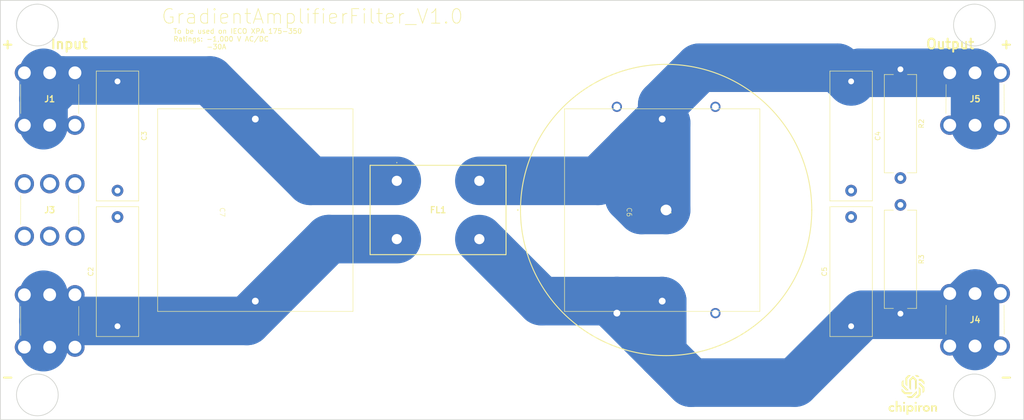
<source format=kicad_pcb>
(kicad_pcb (version 20221018) (generator pcbnew)
  (layers (0 "F.Cu" signal) (1 "In1.Cu" signal) (2 "In2.Cu" signal) (31 "B.Cu" signal) (34 "B.Paste" user) (35 "F.Paste" user) (36 "B.SilkS" user "B.Silkscreen") (37 "F.SilkS" user "F.Silkscreen") (38 "B.Mask" user) (39 "F.Mask" user) (44 "Edge.Cuts" user))
  (net 0 "")
  (net 1 "Earth")
  (net 2 "GradientOut-")
  (net 3 "GradientOut+")
  (net 4 "GradientIn-")
  (net 5 "GradientIn+")
  (footprint "AA-MyLibrary:PHE840ER8100MR08R06L2" (layer "F.Cu") (at 172.72 71.5763 -90)
    (fp_text reference "C6" (at 0 7.62 -90 unlocked) (layer "F.SilkS") (effects (font (thickness 0.1))))
    (fp_text value "20uf")
    (fp_line (start -21.3 -19.3) (end -21.3 20.94) (stroke (width 0.12)) (layer "F.SilkS"))
    (fp_line (start -21.3 -19.3) (end 20.44 -19.3) (stroke (width 0.12)) (layer "F.SilkS"))
    (fp_line (start -21.3 20.94) (end 20.44 20.94) (stroke (width 0.12)) (layer "F.SilkS"))
    (fp_line (start 20.44 -19.3) (end 20.44 20.94) (stroke (width 0.12)) (layer "F.SilkS"))
    (pad "1" thru_hole circle locked (at -19.18 0.82 270) (size 2.8 2.8) (drill 1.4) (layers "*.Cu" "*.Mask") (net 3 "GradientOut+"))
    (pad "2" thru_hole circle locked (at 18.32 0.82 270) (size 2.8 2.8) (drill 1.4) (layers "*.Cu" "*.Mask") (net 2 "GradientOut-"))
  )
  (footprint "AA-MyLibrary:7807" (layer "F.Cu") (at 231.14 99.14)
    (fp_text reference "J4" (at 5.21 -5.4) (layer "F.SilkS") (effects (font (size 1.27 1.27) (thickness 0.254))))
    (fp_text value "7807" hide)
    (fp_line (start -0.76 -8.4) (end -0.79 -2.4) (stroke (width 0.1)) (layer "F.SilkS"))
    (fp_line (start 11.18 -8.4) (end 11.21 -2.4) (stroke (width 0.1)) (layer "F.SilkS"))
    (pad "1" thru_hole circle (at 0 0) (size 3.96 3.96) (drill 2.64) (layers "*.Cu" "*.Mask") (net 2 "GradientOut-"))
    (pad "2" thru_hole circle (at 0 -10.8) (size 3.96 3.96) (drill 2.64) (layers "*.Cu" "*.Mask") (net 2 "GradientOut-"))
    (pad "3" thru_hole circle (at 5.21 0) (size 3.96 3.96) (drill 2.64) (layers "*.Cu" "*.Mask") (net 2 "GradientOut-"))
    (pad "4" thru_hole circle (at 5.21 -10.8) (size 3.96 3.96) (drill 2.64) (layers "*.Cu" "*.Mask") (net 2 "GradientOut-"))
    (pad "5" thru_hole circle (at 10.42 0) (size 3.96 3.96) (drill 2.64) (layers "*.Cu" "*.Mask") (net 2 "GradientOut-"))
    (pad "6" thru_hole circle (at 10.42 -10.8) (size 3.96 3.96) (drill 2.64) (layers "*.Cu" "*.Mask") (net 2 "GradientOut-"))
  )
  (footprint "AA-MyLibrary:7807" (layer "F.Cu") (at 50.93 42.86 180)
    (fp_text reference "J1" (at 5.21 -5.4) (layer "F.SilkS") (effects (font (size 1.27 1.27) (thickness 0.254))))
    (fp_text value "7807" hide)
    (fp_line (start -0.76 -8.4) (end -0.79 -2.4) (stroke (width 0.1)) (layer "F.SilkS"))
    (fp_line (start 11.18 -8.4) (end 11.21 -2.4) (stroke (width 0.1)) (layer "F.SilkS"))
    (pad "1" thru_hole circle (at 0 0 180) (size 3.96 3.96) (drill 2.64) (layers "*.Cu" "*.Mask") (net 5 "GradientIn+"))
    (pad "2" thru_hole circle (at 0 -10.8 180) (size 3.96 3.96) (drill 2.64) (layers "*.Cu" "*.Mask") (net 5 "GradientIn+"))
    (pad "3" thru_hole circle (at 5.21 0 180) (size 3.96 3.96) (drill 2.64) (layers "*.Cu" "*.Mask") (net 5 "GradientIn+"))
    (pad "4" thru_hole circle (at 5.21 -10.8 180) (size 3.96 3.96) (drill 2.64) (layers "*.Cu" "*.Mask") (net 5 "GradientIn+"))
    (pad "5" thru_hole circle (at 10.42 0 180) (size 3.96 3.96) (drill 2.64) (layers "*.Cu" "*.Mask") (net 5 "GradientIn+"))
    (pad "6" thru_hole circle (at 10.42 -10.8 180) (size 3.96 3.96) (drill 2.64) (layers "*.Cu" "*.Mask") (net 5 "GradientIn+"))
  )
  (footprint "AA-MyLibrary:B32320I8207K000" (layer "F.Cu") (at 172.71 71.12)
    (fp_text reference "C1" (at 0 0) (layer "F.SilkS") (effects (font (size 1.27 1.27) (thickness 0.254))))
    (fp_text value "200uf" hide)
    (fp_line (start -30.6 0) (end -30.6 0) (stroke (width 0.2)) (layer "F.SilkS"))
    (fp_line (start -30.6 0) (end -30.6 0) (stroke (width 0.2)) (layer "F.SilkS"))
    (fp_line (start -30.5 0) (end -30.5 0) (stroke (width 0.2)) (layer "F.SilkS"))
    (fp_line (start -30 0) (end -30 0) (stroke (width 0.2)) (layer "F.SilkS"))
    (fp_line (start 30 0) (end 30 0) (stroke (width 0.2)) (layer "F.SilkS"))
    (fp_arc (start -30.6 0) (mid -30.55 -0.05) (end -30.5 0) (stroke (width 0.2)) (layer "F.SilkS"))
    (fp_arc (start -30.5 0) (mid -30.55 0.05) (end -30.6 0) (stroke (width 0.2)) (layer "F.SilkS"))
    (fp_arc (start -30.5 0) (mid -30.55 0.05) (end -30.6 0) (stroke (width 0.2)) (layer "F.SilkS"))
    (fp_arc (start -30 0) (mid 0 -30) (end 30 0) (stroke (width 0.2)) (layer "F.SilkS"))
    (fp_arc (start 30 0) (mid 0 30) (end -30 0) (stroke (width 0.2)) (layer "F.SilkS"))
    (pad "1" thru_hole circle locked (at 0 0) (size 3.3 3.3) (drill 2.2) (layers "*.Cu" "*.Mask") (net 3 "GradientOut+"))
    (pad "2" thru_hole circle locked (at -10.15 21.25) (size 2.1 2.1) (drill 1.4) (layers "*.Cu" "*.Mask") (net 2 "GradientOut-"))
    (pad "3" thru_hole circle locked (at 10.15 21.25) (size 2.1 2.1) (drill 1.4) (layers "*.Cu" "*.Mask") (net 2 "GradientOut-"))
    (pad "4" thru_hole circle locked (at 10.15 -21.25) (size 2.1 2.1) (drill 1.4) (layers "*.Cu" "*.Mask"))
    (pad "5" thru_hole circle locked (at -10.15 -21.25) (size 2.1 2.1) (drill 1.4) (layers "*.Cu" "*.Mask"))
  )
  (footprint "Resistor_THT:R_Axial_Power_L20.0mm_W6.4mm_P22.40mm" (layer "F.Cu") (at 220.98 70.08 -90)
    (fp_text reference "R3" (at 11.2 -4.32 90) (layer "F.SilkS"))
    (fp_text value "1Meg")
    (fp_line (start 1.08 -3.32) (end 21.32 -3.32) (stroke (width 0.12)) (layer "F.SilkS"))
    (fp_line (start 1.08 -1.44) (end 1.08 -3.32) (stroke (width 0.12)) (layer "F.SilkS"))
    (fp_line (start 1.08 1.44) (end 1.08 3.32) (stroke (width 0.12)) (layer "F.SilkS"))
    (fp_line (start 1.08 3.32) (end 21.32 3.32) (stroke (width 0.12)) (layer "F.SilkS"))
    (fp_line (start 21.32 -3.32) (end 21.32 -1.44) (stroke (width 0.12)) (layer "F.SilkS"))
    (fp_line (start 21.32 3.32) (end 21.32 1.44) (stroke (width 0.12)) (layer "F.SilkS"))
    (pad "1" thru_hole circle (at 0 0 270) (size 2.4 2.4) (drill 1.2) (layers "*.Cu" "*.Mask") (net 1 "Earth"))
    (pad "2" thru_hole oval (at 22.4 0 270) (size 2.4 2.4) (drill 1.2) (layers "*.Cu" "*.Mask") (net 2 "GradientOut-"))
  )
  (footprint "LOGO" (layer "F.Cu") (at 223.52 109.22)
    (fp_text reference "   " (at 0 0) (layer "F.SilkS") (effects (font (size 1.5 1.5) (thickness 0.3))))
    (fp_text value "LOGO" hide)
    (fp_poly (pts (xy -1.616667 2.8) (xy -1.616667 3.45) (xy -1.791667 3.45) (xy -1.966667 3.45) (xy -1.966667 2.8) (xy -1.966667 2.15) (xy -1.791667 2.15) (xy -1.616667 2.15)) (fill solid) (layer "F.SilkS"))
    (fp_poly (pts (xy 0.783333 2.8) (xy 0.783333 3.45) (xy 0.6 3.45) (xy 0.416666 3.45) (xy 0.416666 2.8) (xy 0.416666 2.15) (xy 0.6 2.15) (xy 0.783333 2.15)) (fill solid) (layer "F.SilkS"))
    (fp_poly (pts (xy 0.833333 -0.566458) (xy 0.833333 -0.29144) (xy 0.374916 0.16678) (xy -0.083502 0.625) (xy -0.504251 0.62993) (xy -0.925 0.63486) (xy -1.116395 0.44243) (xy -1.30779 0.25) (xy -0.783155 0.25) (xy -0.25852 0.25) (xy 0.287406 -0.295739) (xy 0.833333 -0.841477)) (fill solid) (layer "F.SilkS"))
    (fp_poly (pts (xy 1.941782 -2.049913) (xy 2.391666 -1.599825) (xy 2.396434 -1.170746) (xy 2.401203 -0.741667) (xy 2.208934 -0.550272) (xy 2.016666 -0.358877) (xy 2.016666 -0.892072) (xy 2.016666 -1.425266) (xy 1.625 -1.816667) (xy 1.233333 -2.208068) (xy 1.233333 -2.354034) (xy 1.233333 -2.5) (xy 1.362615 -2.5) (xy 1.491898 -2.5)) (fill solid) (layer "F.SilkS"))
    (fp_poly (pts (xy 1.180674 -3.92063) (xy 1.260621 -3.840708) (xy 1.317551 -3.782628) (xy 1.350168 -3.742946) (xy 1.357175 -3.718219) (xy 1.337275 -3.705004) (xy 1.289173 -3.699858) (xy 1.211571 -3.699337) (xy 1.103174 -3.699998) (xy 1.097602 -3.7) (xy 0.807789 -3.7) (xy 0.616666 -3.891667) (xy 0.425543 -4.083333) (xy 0.722613 -4.083333) (xy 1.019683 -4.083333)) (fill solid) (layer "F.SilkS"))
    (fp_poly (pts (xy 0.671673 1.441477) (xy 0.736647 1.471202) (xy 0.785354 1.52212) (xy 0.791384 1.532788) (xy 0.816022 1.611179) (xy 0.811594 1.685947) (xy 0.782331 1.751909) (xy 0.732465 1.803883) (xy 0.666225 1.836684) (xy 0.587844 1.845131) (xy 0.542361 1.837842) (xy 0.471948 1.804756) (xy 0.420093 1.7505) (xy 0.390098 1.682695) (xy 0.385269 1.608956) (xy 0.408908 1.536904) (xy 0.410592 1.533997) (xy 0.45989 1.479205) (xy 0.525219 1.445504) (xy 0.598505 1.432919)) (fill solid) (layer "F.SilkS"))
    (fp_poly (pts (xy -1.715742 1.445424) (xy -1.647206 1.48082) (xy -1.602776 1.538207) (xy -1.583911 1.616271) (xy -1.583334 1.634794) (xy -1.597593 1.716603) (xy -1.637636 1.780656) (xy -1.699362 1.823963) (xy -1.778671 1.843535) (xy -1.862359 1.838256) (xy -1.898008 1.822045) (xy -1.939362 1.790938) (xy -1.948523 1.782247) (xy -1.996981 1.713658) (xy -2.014228 1.63987) (xy -2.000425 1.566491) (xy -1.955735 1.499132) (xy -1.939916 1.484032) (xy -1.891248 1.449081) (xy -1.841283 1.434917) (xy -1.806926 1.433333)) (fill solid) (layer "F.SilkS"))
    (fp_poly (pts (xy -1.916667 -2.557964) (xy -1.916667 -2.024805) (xy -1.383334 -1.491667) (xy -1.273609 -1.381712) (xy -1.171492 -1.27886) (xy -1.079338 -1.18552) (xy -0.999502 -1.104103) (xy -0.93434 -1.037018) (xy -0.886208 -0.986676) (xy -0.85746 -0.955487) (xy -0.85 -0.945931) (xy -0.86573 -0.941649) (xy -0.909173 -0.937991) (xy -0.974712 -0.935227) (xy -1.056729 -0.933625) (xy -1.112897 -0.933333) (xy -1.375794 -0.933333) (xy -1.837897 -1.39652) (xy -2.3 -1.859706) (xy -2.3 -2.284291) (xy -2.3 -2.708877) (xy -2.108334 -2.9) (xy -1.916667 -3.091123)) (fill solid) (layer "F.SilkS"))
    (fp_poly (pts (xy 1.429166 -1.454152) (xy 1.616666 -1.267537) (xy 1.616666 -0.632673) (xy 1.616206 -0.441693) (xy 1.614814 -0.283416) (xy 1.612473 -0.157222) (xy 1.609166 -0.062494) (xy 1.604877 0.001389) (xy 1.599587 0.035044) (xy 1.598217 0.038596) (xy 1.58153 0.060461) (xy 1.544753 0.102001) (xy 1.491455 0.159406) (xy 1.425203 0.228869) (xy 1.349565 0.30658) (xy 1.302567 0.354167) (xy 1.025367 0.633333) (xy 0.750319 0.633333) (xy 0.475271 0.633333) (xy 0.854143 0.254167) (xy 1.233014 -0.125) (xy 1.23734 -0.882884) (xy 1.241666 -1.640768)) (fill solid) (layer "F.SilkS"))
    (fp_poly (pts (xy 0.433336 -3.524997) (xy 0.833333 -3.125261) (xy 0.833333 -2.258179) (xy 0.833333 -1.391098) (xy 0.653894 -1.212216) (xy 0.590853 -1.150132) (xy 0.535855 -1.097403) (xy 0.49328 -1.058118) (xy 0.467506 -1.036363) (xy 0.462227 -1.033333) (xy 0.459996 -1.049511) (xy 0.457896 -1.096085) (xy 0.455964 -1.170122) (xy 0.454239 -1.268683) (xy 0.452757 -1.388835) (xy 0.451555 -1.527641) (xy 0.450671 -1.682165) (xy 0.450142 -1.849471) (xy 0.45 -1.996084) (xy 0.45 -2.958834) (xy 0.241677 -3.166656) (xy 0.033355 -3.374478) (xy -0.158193 -3.183474) (xy -0.349741 -2.992469) (xy -0.354038 -2.008735) (xy -0.358334 -1.025) (xy -0.545834 -1.212856) (xy -0.733334 -1.400711) (xy -0.733334 -2.279658) (xy -0.733334 -3.158605) (xy -0.349998 -3.54167) (xy 0.033339 -3.924734)) (fill solid) (layer "F.SilkS"))
    (fp_poly (pts (xy 1.563857 -3.299242) (xy 1.64723 -3.297164) (xy 1.715209 -3.294057) (xy 1.759965 -3.290214) (xy 1.767515 -3.288997) (xy 1.791382 -3.279774) (xy 1.823606 -3.258731) (xy 1.866956 -3.223447) (xy 1.9242 -3.171495) (xy 1.998107 -3.100451) (xy 2.091446 -3.007893) (xy 2.111265 -2.988016) (xy 2.4 -2.698038) (xy 2.4 -2.432353) (xy 2.399744 -2.342489) (xy 2.399039 -2.265622) (xy 2.397975 -2.207339) (xy 2.396642 -2.17323) (xy 2.395691 -2.166667) (xy 2.383306 -2.177999) (xy 2.350257 -2.210106) (xy 2.299413 -2.260151) (xy 2.233639 -2.325299) (xy 2.155803 -2.402713) (xy 2.068771 -2.489558) (xy 2.025 -2.533333) (xy 1.658617 -2.9) (xy 1.445975 -2.9) (xy 1.233333 -2.9) (xy 1.233333 -3.1) (xy 1.233333 -3.3) (xy 1.472916 -3.3)) (fill solid) (layer "F.SilkS"))
    (fp_poly (pts (xy -1.929031 -0.920695) (xy -1.558062 -0.55) (xy -0.795698 -0.55) (xy -0.639877 -0.549716) (xy -0.494763 -0.548904) (xy -0.363655 -0.547621) (xy -0.249852 -0.545925) (xy -0.156652 -0.543875) (xy -0.087356 -0.541528) (xy -0.045262 -0.538943) (xy -0.033334 -0.536578) (xy -0.044621 -0.520885) (xy -0.075798 -0.486231) (xy -0.12284 -0.436873) (xy -0.181721 -0.377069) (xy -0.222441 -0.336578) (xy -0.411549 -0.15) (xy -1.034941 -0.151057) (xy -1.190913 -0.151754) (xy -1.332009 -0.153241) (xy -1.45501 -0.155433) (xy -1.556698 -0.158245) (xy -1.633854 -0.161594) (xy -1.68326 -0.165397) (xy -1.7 -0.168428) (xy -1.723348 -0.184544) (xy -1.766191 -0.220882) (xy -1.824664 -0.273893) (xy -1.894897 -0.340025) (xy -1.973023 -0.415726) (xy -2.020834 -0.463021) (xy -2.3 -0.741299) (xy -2.3 -1.016344) (xy -2.3 -1.291389)) (fill solid) (layer "F.SilkS"))
    (fp_poly (pts (xy -0.754303 -3.704034) (xy -1.133334 -3.324734) (xy -1.133334 -2.5707) (xy -1.133601 -2.415794) (xy -1.134365 -2.27164) (xy -1.135572 -2.141552) (xy -1.137167 -2.028843) (xy -1.139094 -1.936825) (xy -1.141299 -1.868811) (xy -1.143726 -1.828113) (xy -1.145834 -1.817448) (xy -1.161185 -1.829078) (xy -1.195306 -1.860641) (xy -1.243908 -1.907994) (xy -1.302704 -1.966997) (xy -1.3375 -2.002572) (xy -1.516667 -2.186915) (xy -1.516667 -2.819553) (xy -1.516204 -3.010246) (xy -1.514805 -3.16823) (xy -1.512452 -3.294117) (xy -1.509129 -3.388519) (xy -1.504819 -3.452047) (xy -1.499504 -3.485315) (xy -1.498218 -3.488596) (xy -1.481531 -3.510462) (xy -1.444754 -3.552001) (xy -1.391456 -3.609406) (xy -1.325204 -3.678869) (xy -1.249566 -3.75658) (xy -1.202568 -3.804167) (xy -0.925368 -4.083333) (xy -0.65032 -4.083333) (xy -0.375272 -4.083333)) (fill solid) (layer "F.SilkS"))
    (fp_poly (pts (xy 1.861795 2.12575) (xy 1.937403 2.149292) (xy 1.997875 2.181733) (xy 1.998532 2.182226) (xy 2.036806 2.211097) (xy 1.95773 2.359715) (xy 1.923886 2.422878) (xy 1.895899 2.474278) (xy 1.877409 2.507279) (xy 1.872147 2.51579) (xy 1.855076 2.513344) (xy 1.822052 2.497454) (xy 1.817749 2.494957) (xy 1.749348 2.470394) (xy 1.673834 2.467782) (xy 1.604156 2.486468) (xy 1.570879 2.507346) (xy 1.545081 2.532415) (xy 1.524822 2.56193) (xy 1.509454 2.60001) (xy 1.498331 2.650774) (xy 1.490805 2.718343) (xy 1.486228 2.806836) (xy 1.483953 2.920373) (xy 1.483333 3.063073) (xy 1.483333 3.064433) (xy 1.483333 3.45) (xy 1.3 3.45) (xy 1.116666 3.45) (xy 1.116666 2.8) (xy 1.116666 2.15) (xy 1.3 2.15) (xy 1.483333 2.15) (xy 1.483333 2.226279) (xy 1.483333 2.302557) (xy 1.525391 2.252574) (xy 1.572602 2.210126) (xy 1.636715 2.169531) (xy 1.705746 2.136975) (xy 1.767708 2.118639) (xy 1.788838 2.116667)) (fill solid) (layer "F.SilkS"))
    (fp_poly (pts (xy -3.15 1.772619) (xy -3.15 2.311905) (xy -3.07068 2.232584) (xy -3.007134 2.177284) (xy -2.942533 2.1417) (xy -2.892665 2.124573) (xy -2.781739 2.105594) (xy -2.670699 2.110442) (xy -2.566566 2.137138) (xy -2.476358 2.183705) (xy -2.407092 2.248165) (xy -2.395226 2.264756) (xy -2.37246 2.300729) (xy -2.354183 2.334665) (xy -2.339838 2.370718) (xy -2.328867 2.413043) (xy -2.320716 2.465794) (xy -2.314825 2.533125) (xy -2.310639 2.619193) (xy -2.307601 2.72815) (xy -2.305154 2.864152) (xy -2.303946 2.945833) (xy -2.296742 3.45) (xy -2.480512 3.45) (xy -2.664282 3.45) (xy -2.669641 2.995833) (xy -2.671646 2.847859) (xy -2.674354 2.729491) (xy -2.678609 2.637003) (xy -2.685258 2.56667) (xy -2.695145 2.514765) (xy -2.709117 2.477561) (xy -2.728019 2.451332) (xy -2.752696 2.432352) (xy -2.783994 2.416894) (xy -2.802746 2.409179) (xy -2.891242 2.389981) (xy -2.979241 2.403835) (xy -3.044059 2.434995) (xy -3.073954 2.455147) (xy -3.097645 2.47737) (xy -3.115849 2.50559) (xy -3.129284 2.543729) (xy -3.138666 2.595713) (xy -3.144712 2.665464) (xy -3.148139 2.756907) (xy -3.149663 2.873966) (xy -3.15 3.015019) (xy -3.15 3.45) (xy -3.333334 3.45) (xy -3.516667 3.45) (xy -3.516667 2.341667) (xy -3.516667 1.233333) (xy -3.333334 1.233333) (xy -3.15 1.233333)) (fill solid) (layer "F.SilkS"))
    (fp_poly (pts (xy 4.620571 2.124064) (xy 4.733958 2.155095) (xy 4.829697 2.213004) (xy 4.86169 2.242685) (xy 4.89485 2.279203) (xy 4.9217 2.315312) (xy 4.942972 2.35499) (xy 4.959399 2.402218) (xy 4.971716 2.460978) (xy 4.980657 2.53525) (xy 4.986953 2.629013) (xy 4.99134 2.746249) (xy 4.994551 2.890937) (xy 4.995882 2.970833) (xy 5.003375 3.45) (xy 4.811 3.45) (xy 4.618625 3.45) (xy 4.613479 2.995833) (xy 4.611793 2.859893) (xy 4.609961 2.7531) (xy 4.607665 2.671266) (xy 4.604581 2.610207) (xy 4.60039 2.565735) (xy 4.594771 2.533664) (xy 4.587401 2.509808) (xy 4.577961 2.48998) (xy 4.574176 2.483333) (xy 4.524811 2.428622) (xy 4.45953 2.397333) (xy 4.385522 2.388862) (xy 4.309976 2.402606) (xy 4.240081 2.437959) (xy 4.183027 2.494319) (xy 4.168237 2.517435) (xy 4.15763 2.537999) (xy 4.149416 2.56022) (xy 4.143291 2.588435) (xy 4.13895 2.62698) (xy 4.136089 2.680194) (xy 4.134404 2.752412) (xy 4.13359 2.847972) (xy 4.133342 2.971211) (xy 4.133333 3.014769) (xy 4.133333 3.45) (xy 3.95 3.45) (xy 3.766666 3.45) (xy 3.766666 2.8) (xy 3.766666 2.15) (xy 3.95 2.15) (xy 4.133333 2.15) (xy 4.133333 2.236803) (xy 4.133333 2.323607) (xy 4.204166 2.255282) (xy 4.284368 2.188253) (xy 4.363718 2.146602) (xy 4.453958 2.124843) (xy 4.492117 2.120763)) (fill solid) (layer "F.SilkS"))
    (fp_poly (pts (xy -4.180733 2.122067) (xy -4.043919 2.145848) (xy -3.921629 2.190718) (xy -3.897167 2.203595) (xy -3.833334 2.239471) (xy -3.833334 2.421462) (xy -3.833334 2.603453) (xy -3.894987 2.549321) (xy -3.99377 2.479301) (xy -4.099631 2.439175) (xy -4.220553 2.425958) (xy -4.225 2.425946) (xy -4.342225 2.43986) (xy -4.440444 2.480831) (xy -4.51835 2.547842) (xy -4.574638 2.639879) (xy -4.600182 2.717425) (xy -4.609665 2.822537) (xy -4.590304 2.924932) (xy -4.545504 3.018307) (xy -4.478669 3.096361) (xy -4.393202 3.152792) (xy -4.357352 3.16699) (xy -4.262918 3.182803) (xy -4.157449 3.175521) (xy -4.051162 3.147728) (xy -3.954278 3.102007) (xy -3.882937 3.047039) (xy -3.833334 2.997436) (xy -3.833334 3.181667) (xy -3.833771 3.262726) (xy -3.835879 3.317066) (xy -3.840854 3.351301) (xy -3.84989 3.372041) (xy -3.864183 3.385899) (xy -3.871107 3.390648) (xy -3.955722 3.431227) (xy -4.062659 3.460102) (xy -4.182689 3.476316) (xy -4.30658 3.47891) (xy -4.425102 3.466928) (xy -4.483334 3.454138) (xy -4.627462 3.399219) (xy -4.751186 3.318778) (xy -4.852693 3.214305) (xy -4.930173 3.087289) (xy -4.93066 3.086252) (xy -4.950297 3.04116) (xy -4.963138 3.000092) (xy -4.970594 2.95394) (xy -4.974076 2.893595) (xy -4.974995 2.809947) (xy -4.975 2.8) (xy -4.97426 2.713535) (xy -4.971096 2.651279) (xy -4.964099 2.604123) (xy -4.951857 2.562957) (xy -4.932959 2.518674) (xy -4.93066 2.513747) (xy -4.855177 2.391138) (xy -4.753931 2.288318) (xy -4.629229 2.2071) (xy -4.483378 2.149296) (xy -4.457641 2.142186) (xy -4.321998 2.120479)) (fill solid) (layer "F.SilkS"))
    (fp_poly (pts (xy -0.300579 2.1321) (xy -0.186448 2.175905) (xy -0.081543 2.241528) (xy 0.009495 2.327997) (xy 0.082027 2.43434) (xy 0.100799 2.472926) (xy 0.119857 2.527663) (xy 0.138529 2.60056) (xy 0.153017 2.676618) (xy 0.153944 2.682813) (xy 0.162898 2.840657) (xy 0.143872 2.990618) (xy 0.098139 3.1283) (xy 0.026969 3.249305) (xy -0.028137 3.312795) (xy -0.111241 3.385062) (xy -0.195995 3.434178) (xy -0.291861 3.464079) (xy -0.408296 3.478702) (xy -0.429816 3.479903) (xy -0.54208 3.480147) (xy -0.632171 3.466559) (xy -0.709505 3.435949) (xy -0.783496 3.385126) (xy -0.829119 3.344631) (xy -0.916667 3.261831) (xy -0.916667 3.672582) (xy -0.916667 4.083333) (xy -1.1 4.083333) (xy -1.283334 4.083333) (xy -1.283334 3.116667) (xy -1.283334 2.766563) (xy -0.911686 2.766563) (xy -0.907038 2.860332) (xy -0.881364 2.949902) (xy -0.836281 3.030191) (xy -0.773404 3.09612) (xy -0.694351 3.142606) (xy -0.600737 3.164569) (xy -0.575 3.165633) (xy -0.509075 3.159279) (xy -0.443711 3.142989) (xy -0.424858 3.135583) (xy -0.343075 3.081994) (xy -0.282101 3.008891) (xy -0.242176 2.922246) (xy -0.223538 2.828027) (xy -0.226424 2.732204) (xy -0.251072 2.640747) (xy -0.297722 2.559623) (xy -0.36661 2.494804) (xy -0.398527 2.475762) (xy -0.489031 2.445335) (xy -0.587312 2.439479) (xy -0.683126 2.45726) (xy -0.76623 2.497742) (xy -0.783307 2.510868) (xy -0.851436 2.58675) (xy -0.89369 2.673676) (xy -0.911686 2.766563) (xy -1.283334 2.766563) (xy -1.283334 2.15) (xy -1.1 2.15) (xy -0.916667 2.15) (xy -0.916667 2.241667) (xy -0.915213 2.291879) (xy -0.911461 2.325175) (xy -0.907825 2.333333) (xy -0.892592 2.321921) (xy -0.863992 2.292965) (xy -0.847205 2.274363) (xy -0.756552 2.194499) (xy -0.651923 2.141312) (xy -0.537957 2.113832) (xy -0.419295 2.111085)) (fill solid) (layer "F.SilkS"))
    (fp_poly (pts (xy 2.950214 2.133376) (xy 2.951819 2.133678) (xy 3.097772 2.177007) (xy 3.227758 2.247251) (xy 3.338179 2.341694) (xy 3.425437 2.457623) (xy 3.454903 2.513321) (xy 3.479576 2.569023) (xy 3.495076 2.61582) (xy 3.503535 2.664921) (xy 3.507084 2.727537) (xy 3.50781 2.791667) (xy 3.497723 2.943028) (xy 3.465057 3.072223) (xy 3.407744 3.183359) (xy 3.323716 3.280544) (xy 3.221292 3.360994) (xy 3.103299 3.422337) (xy 2.967139 3.463106) (xy 2.821872 3.481957) (xy 2.67656 3.477543) (xy 2.570844 3.457581) (xy 2.42712 3.403047) (xy 2.303506 3.323007) (xy 2.202081 3.219136) (xy 2.128939 3.101485) (xy 2.105129 3.050473) (xy 2.089669 3.008162) (xy 2.080777 2.964758) (xy 2.076669 2.910471) (xy 2.075561 2.835506) (xy 2.075546 2.808333) (xy 2.075793 2.79169) (xy 2.4404 2.79169) (xy 2.449693 2.89245) (xy 2.483463 2.981843) (xy 2.550999 3.073072) (xy 2.632432 3.136057) (xy 2.723947 3.169672) (xy 2.821729 3.172793) (xy 2.921966 3.144295) (xy 2.962873 3.123218) (xy 3.017623 3.081767) (xy 3.067649 3.02906) (xy 3.079539 3.012729) (xy 3.102031 2.975248) (xy 3.115625 2.939649) (xy 3.122503 2.89565) (xy 3.124844 2.832971) (xy 3.125 2.7984) (xy 3.124091 2.725935) (xy 3.119794 2.676573) (xy 3.109749 2.640098) (xy 3.091597 2.606296) (xy 3.075 2.581862) (xy 3.003152 2.506411) (xy 2.91608 2.456883) (xy 2.820126 2.433995) (xy 2.721636 2.438465) (xy 2.626954 2.47101) (xy 2.552544 2.522783) (xy 2.493178 2.597871) (xy 2.455346 2.690502) (xy 2.4404 2.79169) (xy 2.075793 2.79169) (xy 2.076887 2.718131) (xy 2.081657 2.651235) (xy 2.091223 2.597685) (xy 2.106951 2.547518) (xy 2.11374 2.529973) (xy 2.178203 2.412214) (xy 2.268163 2.31144) (xy 2.37933 2.229681) (xy 2.50741 2.168965) (xy 2.648112 2.131323) (xy 2.797145 2.118783)) (fill solid) (layer "F.SilkS"))
  )
  (footprint "AA-MyLibrary:7807" (layer "F.Cu") (at 40.51 76.52)
    (fp_text reference "J3" (at 5.21 -5.4) (layer "F.SilkS") (effects (font (size 1.27 1.27) (thickness 0.254))))
    (fp_text value "7807" hide)
    (fp_line (start -0.76 -8.4) (end -0.79 -2.4) (stroke (width 0.1)) (layer "F.SilkS"))
    (fp_line (start 11.18 -8.4) (end 11.21 -2.4) (stroke (width 0.1)) (layer "F.SilkS"))
    (pad "1" thru_hole circle (at 0 0) (size 3.96 3.96) (drill 2.64) (layers "*.Cu" "*.Mask") (net 1 "Earth"))
    (pad "2" thru_hole circle (at 0 -10.8) (size 3.96 3.96) (drill 2.64) (layers "*.Cu" "*.Mask") (net 1 "Earth"))
    (pad "3" thru_hole circle (at 5.21 0) (size 3.96 3.96) (drill 2.64) (layers "*.Cu" "*.Mask") (net 1 "Earth"))
    (pad "4" thru_hole circle (at 5.21 -10.8) (size 3.96 3.96) (drill 2.64) (layers "*.Cu" "*.Mask") (net 1 "Earth"))
    (pad "5" thru_hole circle (at 10.42 0) (size 3.96 3.96) (drill 2.64) (layers "*.Cu" "*.Mask") (net 1 "Earth"))
    (pad "6" thru_hole circle (at 10.42 -10.8) (size 3.96 3.96) (drill 2.64) (layers "*.Cu" "*.Mask") (net 1 "Earth"))
  )
  (footprint "Capacitor_THT:C_Rect_L26.5mm_W8.5mm_P22.50mm_MKS4" (layer "F.Cu") (at 59.69 95.07 90)
    (fp_text reference "C2" (at 11.25 -5.5 90) (layer "F.SilkS"))
    (fp_text value "47n")
    (fp_line (start -2.12 -4.37) (end -2.12 4.37) (stroke (width 0.12)) (layer "F.SilkS"))
    (fp_line (start -2.12 -4.37) (end 24.62 -4.37) (stroke (width 0.12)) (layer "F.SilkS"))
    (fp_line (start -2.12 4.37) (end 24.62 4.37) (stroke (width 0.12)) (layer "F.SilkS"))
    (fp_line (start 24.62 -4.37) (end 24.62 4.37) (stroke (width 0.12)) (layer "F.SilkS"))
    (pad "1" thru_hole circle (at 0 0 90) (size 2.4 2.4) (drill 1.2) (layers "*.Cu" "*.Mask") (net 4 "GradientIn-"))
    (pad "2" thru_hole circle (at 22.5 0 90) (size 2.4 2.4) (drill 1.2) (layers "*.Cu" "*.Mask") (net 1 "Earth"))
  )
  (footprint "Capacitor_THT:C_Rect_L26.5mm_W8.5mm_P22.50mm_MKS4" (layer "F.Cu") (at 210.82 44.63 -90)
    (fp_text reference "C4" (at 11.25 -5.5 90) (layer "F.SilkS"))
    (fp_text value "47n")
    (fp_line (start -2.12 -4.37) (end -2.12 4.37) (stroke (width 0.12)) (layer "F.SilkS"))
    (fp_line (start -2.12 -4.37) (end 24.62 -4.37) (stroke (width 0.12)) (layer "F.SilkS"))
    (fp_line (start -2.12 4.37) (end 24.62 4.37) (stroke (width 0.12)) (layer "F.SilkS"))
    (fp_line (start 24.62 -4.37) (end 24.62 4.37) (stroke (width 0.12)) (layer "F.SilkS"))
    (pad "1" thru_hole circle (at 0 0 270) (size 2.4 2.4) (drill 1.2) (layers "*.Cu" "*.Mask") (net 3 "GradientOut+"))
    (pad "2" thru_hole circle (at 22.5 0 270) (size 2.4 2.4) (drill 1.2) (layers "*.Cu" "*.Mask") (net 1 "Earth"))
  )
  (footprint "Library:SCF19XV3001R9A003JV" (layer "F.Cu") (at 117.23 65.12)
    (fp_text reference "FL1" (at 8.5 6) (layer "F.SilkS") (effects (font (size 1.27 1.27) (thickness 0.254))))
    (fp_text value "33uH" hide)
    (fp_line (start -5.5 -3.2) (end 22.5 -3.2) (stroke (width 0.2)) (layer "F.SilkS"))
    (fp_line (start -5.5 15.2) (end -5.5 -3.2) (stroke (width 0.2)) (layer "F.SilkS"))
    (fp_line (start 0 -3.8) (end 0 -3.8) (stroke (width 0.1)) (layer "F.SilkS"))
    (fp_line (start 0 -3.7) (end 0 -3.7) (stroke (width 0.1)) (layer "F.SilkS"))
    (fp_line (start 22.5 -3.2) (end 22.5 15.2) (stroke (width 0.2)) (layer "F.SilkS"))
    (fp_line (start 22.5 15.2) (end -5.5 15.2) (stroke (width 0.2)) (layer "F.SilkS"))
    (fp_arc (start 0 -3.8) (mid 0.05 -3.75) (end 0 -3.7) (stroke (width 0.1)) (layer "F.SilkS"))
    (fp_arc (start 0 -3.7) (mid -0.05 -3.75) (end 0 -3.8) (stroke (width 0.1)) (layer "F.SilkS"))
    (pad "1" thru_hole rect (at 0 0) (size 3.15 3.15) (drill 2.1) (layers "*.Cu" "*.Mask") (net 5 "GradientIn+"))
    (pad "2" thru_hole circle (at 0 12) (size 3.15 3.15) (drill 2.1) (layers "*.Cu" "*.Mask") (net 4 "GradientIn-"))
    (pad "3" thru_hole circle (at 17 12) (size 3.15 3.15) (drill 2.1) (layers "*.Cu" "*.Mask") (net 2 "GradientOut-"))
    (pad "4" thru_hole circle (at 17 0) (size 3.15 3.15) (drill 2.1) (layers "*.Cu" "*.Mask") (net 3 "GradientOut+"))
  )
  (footprint "AA-MyLibrary:7807" (layer "F.Cu") (at 231.14 53.66)
    (fp_text reference "J5" (at 5.21 -5.4) (layer "F.SilkS") (effects (font (size 1.27 1.27) (thickness 0.254))))
    (fp_text value "7807" hide)
    (fp_line (start -0.76 -8.4) (end -0.79 -2.4) (stroke (width 0.1)) (layer "F.SilkS"))
    (fp_line (start 11.18 -8.4) (end 11.21 -2.4) (stroke (width 0.1)) (layer "F.SilkS"))
    (pad "1" thru_hole circle (at 0 0) (size 3.96 3.96) (drill 2.64) (layers "*.Cu" "*.Mask") (net 3 "GradientOut+"))
    (pad "2" thru_hole circle (at 0 -10.8) (size 3.96 3.96) (drill 2.64) (layers "*.Cu" "*.Mask") (net 3 "GradientOut+"))
    (pad "3" thru_hole circle (at 5.21 0) (size 3.96 3.96) (drill 2.64) (layers "*.Cu" "*.Mask") (net 3 "GradientOut+"))
    (pad "4" thru_hole circle (at 5.21 -10.8) (size 3.96 3.96) (drill 2.64) (layers "*.Cu" "*.Mask") (net 3 "GradientOut+"))
    (pad "5" thru_hole circle (at 10.42 0) (size 3.96 3.96) (drill 2.64) (layers "*.Cu" "*.Mask") (net 3 "GradientOut+"))
    (pad "6" thru_hole circle (at 10.42 -10.8) (size 3.96 3.96) (drill 2.64) (layers "*.Cu" "*.Mask") (net 3 "GradientOut+"))
  )
  (footprint "Capacitor_THT:C_Rect_L26.5mm_W8.5mm_P22.50mm_MKS4" (layer "F.Cu") (at 59.69 44.63 -90)
    (fp_text reference "C3" (at 11.25 -5.5 90) (layer "F.SilkS"))
    (fp_text value "47n")
    (fp_line (start -2.12 -4.37) (end -2.12 4.37) (stroke (width 0.12)) (layer "F.SilkS"))
    (fp_line (start -2.12 -4.37) (end 24.62 -4.37) (stroke (width 0.12)) (layer "F.SilkS"))
    (fp_line (start -2.12 4.37) (end 24.62 4.37) (stroke (width 0.12)) (layer "F.SilkS"))
    (fp_line (start 24.62 -4.37) (end 24.62 4.37) (stroke (width 0.12)) (layer "F.SilkS"))
    (pad "1" thru_hole circle (at 0 0 270) (size 2.4 2.4) (drill 1.2) (layers "*.Cu" "*.Mask") (net 5 "GradientIn+"))
    (pad "2" thru_hole circle (at 22.5 0 270) (size 2.4 2.4) (drill 1.2) (layers "*.Cu" "*.Mask") (net 1 "Earth"))
  )
  (footprint "Capacitor_THT:C_Rect_L26.5mm_W8.5mm_P22.50mm_MKS4" (layer "F.Cu") (at 210.82 95.07 90)
    (fp_text reference "C5" (at 11.25 -5.5 90) (layer "F.SilkS"))
    (fp_text value "47n")
    (fp_line (start -2.12 -4.37) (end -2.12 4.37) (stroke (width 0.12)) (layer "F.SilkS"))
    (fp_line (start -2.12 -4.37) (end 24.62 -4.37) (stroke (width 0.12)) (layer "F.SilkS"))
    (fp_line (start -2.12 4.37) (end 24.62 4.37) (stroke (width 0.12)) (layer "F.SilkS"))
    (fp_line (start 24.62 -4.37) (end 24.62 4.37) (stroke (width 0.12)) (layer "F.SilkS"))
    (pad "1" thru_hole circle (at 0 0 90) (size 2.4 2.4) (drill 1.2) (layers "*.Cu" "*.Mask") (net 2 "GradientOut-"))
    (pad "2" thru_hole circle (at 22.5 0 90) (size 2.4 2.4) (drill 1.2) (layers "*.Cu" "*.Mask") (net 1 "Earth"))
  )
  (footprint "AA-MyLibrary:PHE840ER8100MR08R06L2" (layer "F.Cu") (at 88.9 71.5763 -90)
    (fp_text reference "C7" (at 0 7.62 -90 unlocked) (layer "F.SilkS") (effects (font (thickness 0.1))))
    (fp_text value "20uf")
    (fp_line (start -21.3 -19.3) (end -21.3 20.94) (stroke (width 0.12)) (layer "F.SilkS"))
    (fp_line (start -21.3 -19.3) (end 20.44 -19.3) (stroke (width 0.12)) (layer "F.SilkS"))
    (fp_line (start -21.3 20.94) (end 20.44 20.94) (stroke (width 0.12)) (layer "F.SilkS"))
    (fp_line (start 20.44 -19.3) (end 20.44 20.94) (stroke (width 0.12)) (layer "F.SilkS"))
    (pad "1" thru_hole circle (at -19.18 0.82 270) (size 2.8 2.8) (drill 1.4) (layers "*.Cu" "*.Mask") (net 5 "GradientIn+"))
    (pad "2" thru_hole circle (at 18.32 0.82 270) (size 2.8 2.8) (drill 1.4) (layers "*.Cu" "*.Mask") (net 4 "GradientIn-"))
  )
  (footprint "Resistor_THT:R_Axial_Power_L20.0mm_W6.4mm_P22.40mm" (layer "F.Cu") (at 220.98 42.14 -90)
    (fp_text reference "R2" (at 11.2 -4.32 90) (layer "F.SilkS"))
    (fp_text value "1Meg")
    (fp_line (start 1.08 -3.32) (end 21.32 -3.32) (stroke (width 0.12)) (layer "F.SilkS"))
    (fp_line (start 1.08 -1.44) (end 1.08 -3.32) (stroke (width 0.12)) (layer "F.SilkS"))
    (fp_line (start 1.08 1.44) (end 1.08 3.32) (stroke (width 0.12)) (layer "F.SilkS"))
    (fp_line (start 1.08 3.32) (end 21.32 3.32) (stroke (width 0.12)) (layer "F.SilkS"))
    (fp_line (start 21.32 -3.32) (end 21.32 -1.44) (stroke (width 0.12)) (layer "F.SilkS"))
    (fp_line (start 21.32 3.32) (end 21.32 1.44) (stroke (width 0.12)) (layer "F.SilkS"))
    (pad "1" thru_hole circle (at 0 0 270) (size 2.4 2.4) (drill 1.2) (layers "*.Cu" "*.Mask") (net 3 "GradientOut+"))
    (pad "2" thru_hole oval (at 22.4 0 270) (size 2.4 2.4) (drill 1.2) (layers "*.Cu" "*.Mask") (net 1 "Earth"))
  )
  (footprint "AA-MyLibrary:7807" (layer "F.Cu") (at 50.93 88.58 180)
    (fp_text reference "J2" (at 5.21 12.38) (layer "F.SilkS") (effects (font (size 1.27 1.27) (thickness 0.254))))
    (fp_text value "7807" hide)
    (fp_line (start -0.76 -8.4) (end -0.79 -2.4) (stroke (width 0.1)) (layer "F.SilkS"))
    (fp_line (start 11.18 -8.4) (end 11.21 -2.4) (stroke (width 0.1)) (layer "F.SilkS"))
    (pad "1" thru_hole circle (at 0 0 180) (size 3.96 3.96) (drill 2.64) (layers "*.Cu" "*.Mask") (net 4 "GradientIn-"))
    (pad "2" thru_hole circle (at 0 -10.8 180) (size 3.96 3.96) (drill 2.64) (layers "*.Cu" "*.Mask") (net 4 "GradientIn-"))
    (pad "3" thru_hole circle (at 5.21 0 180) (size 3.96 3.96) (drill 2.64) (layers "*.Cu" "*.Mask") (net 4 "GradientIn-"))
    (pad "4" thru_hole circle (at 5.21 -10.8 180) (size 3.96 3.96) (drill 2.64) (layers "*.Cu" "*.Mask") (net 4 "GradientIn-"))
    (pad "5" thru_hole circle (at 10.42 0 180) (size 3.96 3.96) (drill 2.64) (layers "*.Cu" "*.Mask") (net 4 "GradientIn-"))
    (pad "6" thru_hole circle (at 10.42 -10.8 180) (size 3.96 3.96) (drill 2.64) (layers "*.Cu" "*.Mask") (net 4 "GradientIn-"))
  )
  (gr_rect (start 35.56 27.94) (end 246.38 114.3) (stroke (width 0.15)) (fill none) (layer "Edge.Cuts"))
  (gr_circle (center 43.18 33.02) (end 47.48 33.02) (stroke (width 0.15)) (fill none) (layer "Edge.Cuts"))
  (gr_circle (center 236.22 109.22) (end 240.52 109.22) (stroke (width 0.15)) (fill none) (layer "Edge.Cuts"))
  (gr_circle (center 236.22 33.02) (end 240.52 33.02) (stroke (width 0.15)) (fill none) (layer "Edge.Cuts"))
  (gr_circle (center 43.18 109.22) (end 47.48 109.22) (stroke (width 0.15)) (fill none) (layer "Edge.Cuts"))
  (gr_text "To be used on IECO XPA 175-350\nRatings: -1,000 V AC/DC\n         -30A" (at 71.12 38.1) (layer "F.SilkS") (effects (font (size 1 1)) (justify left bottom)))
  (gr_text "+" (at 241.3 38.1) (layer "F.SilkS") (effects (font (size 2 2) (thickness 0.4) bold) (justify left bottom)))
  (gr_text "-" (at 241.3 106.68) (layer "F.SilkS") (effects (font (size 2 2) (thickness 0.4) bold) (justify left bottom)))
  (gr_text "Input" (at 45.72 38.1) (layer "F.SilkS") (effects (font (size 2 2) (thickness 0.4) bold) (justify left bottom)))
  (gr_text "Output" (at 226.06 38.1) (layer "F.SilkS") (effects (font (size 2 2) (thickness 0.4) bold) (justify left bottom)))
  (gr_text "GradientAmplifierFilter_V1.0" (at 68.58 33.02) (layer "F.SilkS") (effects (font (size 3 3)) (justify left bottom)))
  (gr_text "-" (at 35.56 106.68) (layer "F.SilkS") (effects (font (size 2 2) (thickness 0.4) bold) (justify left bottom)))
  (gr_text "+" (at 35.56 38.1) (layer "F.SilkS") (effects (font (size 2 2) (thickness 0.4) bold) (justify left bottom)))
  (segment (start 231.98 92.71) (end 213.18 92.71) (width 10) (layer "B.Cu") (net 2))
  (segment (start 236.35 88.34) (end 231.98 92.71) (width 10) (layer "B.Cu") (net 2))
  (segment (start 162.56 91.44) (end 177.8 106.68) (width 10) (layer "B.Cu") (net 2))
  (segment (start 199.21 106.68) (end 210.82 95.07) (width 10) (layer "B.Cu") (net 2))
  (segment (start 162.56 89.8963) (end 162.56 91.44) (width 10) (layer "B.Cu") (net 2))
  (segment (start 147.0063 89.8963) (end 162.56 89.8963) (width 10) (layer "B.Cu") (net 2))
  (segment (start 134.23 77.12) (end 147.0063 89.8963) (width 10) (layer "B.Cu") (net 2))
  (segment (start 177.8 106.68) (end 199.21 106.68) (width 10) (layer "B.Cu") (net 2))
  (segment (start 171.9 100.78) (end 177.8 106.68) (width 10) (layer "B.Cu") (net 2))
  (segment (start 213.18 92.71) (end 210.82 95.07) (width 10) (layer "B.Cu") (net 2))
  (segment (start 162.56 89.8963) (end 171.9 89.8963) (width 10) (layer "B.Cu") (net 2))
  (segment locked (start 169.4263 92.37) (end 171.9 89.8963) (width 10) (layer "B.Cu") (net 2))
  (segment (start 236.35 88.34) (end 236.35 99.14) (width 10) (layer "B.Cu") (net 2))
  (segment (start 171.9 89.8963) (end 171.9 100.78) (width 10) (layer "B.Cu") (net 2))
  (segment (start 236.35 42.86) (end 236.35 53.66) (width 10) (layer "B.Cu") (net 3))
  (segment (start 236.35 42.86) (end 212.59 42.86) (width 10) (layer "B.Cu") (net 3))
  (segment (start 179.52558 41.82) (end 208.01 41.82) (width 10) (layer "B.Cu") (net 3))
  (segment (start 208.01 41.82) (end 210.82 44.63) (width 10) (layer "B.Cu") (net 3))
  (segment (start 172.71 71.12) (end 172.71 53.2063) (width 10) (layer "B.Cu") (net 3))
  (segment (start 171.9 52.3963) (end 171.41812 52.3963) (width 10) (layer "B.Cu") (net 3))
  (segment (start 158.69442 65.12) (end 134.23 65.12) (width 10) (layer "B.Cu") (net 3))
  (segment (start 171.9 52.3963) (end 171.9 49.44558) (width 10) (layer "B.Cu") (net 3))
  (segment (start 171.9 49.44558) (end 179.52558 41.82) (width 10) (layer "B.Cu") (net 3))
  (segment (start 172.71 71.12) (end 167.64 71.12) (width 10) (layer "B.Cu") (net 3))
  (segment (start 171.41812 52.3963) (end 166.71 57.10442) (width 10) (layer "B.Cu") (net 3))
  (segment (start 165.1 68.58) (end 165.1 58.71442) (width 10) (layer "B.Cu") (net 3))
  (segment (start 166.71 57.10442) (end 158.69442 65.12) (width 10) (layer "B.Cu") (net 3))
  (segment (start 212.59 42.86) (end 210.82 44.63) (width 10) (layer "B.Cu") (net 3))
  (segment (start 172.71 53.2063) (end 171.9 52.3963) (width 10) (layer "B.Cu") (net 3))
  (segment (start 165.1 58.71442) (end 166.71 57.10442) (width 10) (layer "B.Cu") (net 3))
  (segment (start 167.64 71.12) (end 165.1 68.58) (width 10) (layer "B.Cu") (net 3))
  (segment (start 44.45 93.98) (end 86.36 93.98) (width 10) (layer "B.Cu") (net 4))
  (segment (start 44.45 99.38) (end 44.45 93.98) (width 10) (layer "B.Cu") (net 4))
  (segment (start 103.22 77.12) (end 117.23 77.12) (width 10) (layer "B.Cu") (net 4))
  (segment (start 86.36 93.98) (end 103.22 77.12) (width 10) (layer "B.Cu") (net 4))
  (segment (start 44.45 93.98) (end 44.45 88.58) (width 10) (layer "B.Cu") (net 4))
  (segment (start 78.74 44.45) (end 99.41 65.12) (width 10) (layer "B.Cu") (net 5))
  (segment (start 48.26 44.45) (end 78.74 44.45) (width 10) (layer "B.Cu") (net 5))
  (segment (start 99.41 65.12) (end 117.23 65.12) (width 10) (layer "B.Cu") (net 5))
  (segment (start 44.45 48.26) (end 44.45 53.66) (width 10) (layer "B.Cu") (net 5))
  (segment (start 44.45 48.26) (end 48.26 44.45) (width 10) (layer "B.Cu") (net 5))
  (segment (start 56.06 48.26) (end 59.69 44.63) (width 0.25) (layer "B.Cu") (net 5))
  (segment (start 44.45 42.86) (end 44.45 48.26) (width 10) (layer "B.Cu") (net 5))
)
</source>
